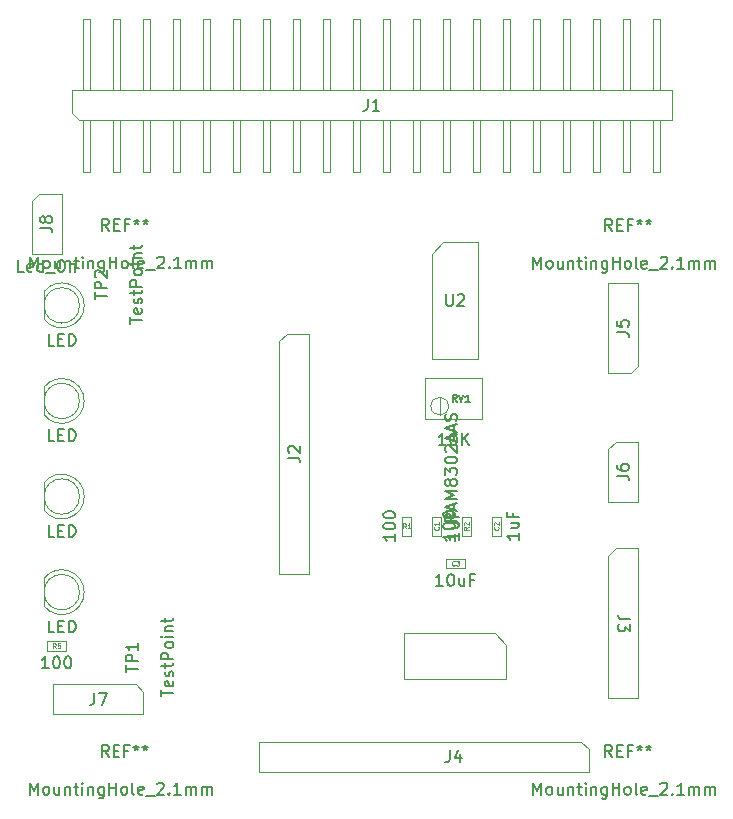
<source format=gbr>
G04 #@! TF.GenerationSoftware,KiCad,Pcbnew,(5.1.10-1-10_14)*
G04 #@! TF.CreationDate,2021-06-08T23:18:15-04:00*
G04 #@! TF.ProjectId,tr109-mainboard,74723130-392d-46d6-9169-6e626f617264,1*
G04 #@! TF.SameCoordinates,Original*
G04 #@! TF.FileFunction,Other,Fab,Top*
%FSLAX46Y46*%
G04 Gerber Fmt 4.6, Leading zero omitted, Abs format (unit mm)*
G04 Created by KiCad (PCBNEW (5.1.10-1-10_14)) date 2021-06-08 23:18:15*
%MOMM*%
%LPD*%
G01*
G04 APERTURE LIST*
%ADD10C,0.100000*%
%ADD11C,0.150000*%
%ADD12C,0.060000*%
G04 APERTURE END LIST*
D10*
X115399660Y-80769400D02*
X117304660Y-80769400D01*
X117304660Y-80769400D02*
X117304660Y-85849400D01*
X117304660Y-85849400D02*
X114764660Y-85849400D01*
X114764660Y-85849400D02*
X114764660Y-81404400D01*
X114764660Y-81404400D02*
X115399660Y-80769400D01*
X161920600Y-127804400D02*
X161920600Y-129709400D01*
X161920600Y-129709400D02*
X133980600Y-129709400D01*
X133980600Y-129709400D02*
X133980600Y-127169400D01*
X133980600Y-127169400D02*
X161285600Y-127169400D01*
X161285600Y-127169400D02*
X161920600Y-127804400D01*
X164215600Y-110769400D02*
X166120600Y-110769400D01*
X166120600Y-110769400D02*
X166120600Y-123469400D01*
X166120600Y-123469400D02*
X163580600Y-123469400D01*
X163580600Y-123469400D02*
X163580600Y-111404400D01*
X163580600Y-111404400D02*
X164215600Y-110769400D01*
X149621600Y-84859400D02*
X152546600Y-84859400D01*
X152546600Y-84859400D02*
X152546600Y-94759400D01*
X152546600Y-94759400D02*
X148646600Y-94759400D01*
X148646600Y-94759400D02*
X148646600Y-85834400D01*
X148646600Y-85834400D02*
X149621600Y-84859400D01*
X164215600Y-101752400D02*
X166120600Y-101752400D01*
X166120600Y-101752400D02*
X166120600Y-106832400D01*
X166120600Y-106832400D02*
X163580600Y-106832400D01*
X163580600Y-106832400D02*
X163580600Y-102387400D01*
X163580600Y-102387400D02*
X164215600Y-101752400D01*
X150050600Y-98739400D02*
G75*
G03*
X150050600Y-98739400I-750000J0D01*
G01*
X148100600Y-96339400D02*
X148100600Y-99839400D01*
X148100600Y-99839400D02*
X152900600Y-99839400D01*
X152900600Y-99839400D02*
X152900600Y-96339400D01*
X152900600Y-96339400D02*
X148100600Y-96339400D01*
X149300600Y-99482400D02*
X149301600Y-97997400D01*
X149300600Y-99482400D02*
X149301600Y-97997400D01*
X124200600Y-122914400D02*
X124200600Y-124819400D01*
X124200600Y-124819400D02*
X116580600Y-124819400D01*
X116580600Y-124819400D02*
X116580600Y-122279400D01*
X116580600Y-122279400D02*
X123565600Y-122279400D01*
X123565600Y-122279400D02*
X124200600Y-122914400D01*
X118131760Y-73901860D02*
X118131760Y-71996860D01*
X118131760Y-71996860D02*
X168931760Y-71996860D01*
X168931760Y-71996860D02*
X168931760Y-74536860D01*
X168931760Y-74536860D02*
X118766760Y-74536860D01*
X118766760Y-74536860D02*
X118131760Y-73901860D01*
X119081760Y-78896860D02*
X119081760Y-74536860D01*
X119081760Y-78896860D02*
X119721760Y-78896860D01*
X119721760Y-78896860D02*
X119721760Y-74536860D01*
X119081760Y-71996860D02*
X119081760Y-65996860D01*
X119081760Y-65996860D02*
X119721760Y-65996860D01*
X119721760Y-71996860D02*
X119721760Y-65996860D01*
X121621760Y-78896860D02*
X121621760Y-74536860D01*
X121621760Y-78896860D02*
X122261760Y-78896860D01*
X122261760Y-78896860D02*
X122261760Y-74536860D01*
X121621760Y-71996860D02*
X121621760Y-65996860D01*
X121621760Y-65996860D02*
X122261760Y-65996860D01*
X122261760Y-71996860D02*
X122261760Y-65996860D01*
X124161760Y-78896860D02*
X124161760Y-74536860D01*
X124161760Y-78896860D02*
X124801760Y-78896860D01*
X124801760Y-78896860D02*
X124801760Y-74536860D01*
X124161760Y-71996860D02*
X124161760Y-65996860D01*
X124161760Y-65996860D02*
X124801760Y-65996860D01*
X124801760Y-71996860D02*
X124801760Y-65996860D01*
X126701760Y-78896860D02*
X126701760Y-74536860D01*
X126701760Y-78896860D02*
X127341760Y-78896860D01*
X127341760Y-78896860D02*
X127341760Y-74536860D01*
X126701760Y-71996860D02*
X126701760Y-65996860D01*
X126701760Y-65996860D02*
X127341760Y-65996860D01*
X127341760Y-71996860D02*
X127341760Y-65996860D01*
X129241760Y-78896860D02*
X129241760Y-74536860D01*
X129241760Y-78896860D02*
X129881760Y-78896860D01*
X129881760Y-78896860D02*
X129881760Y-74536860D01*
X129241760Y-71996860D02*
X129241760Y-65996860D01*
X129241760Y-65996860D02*
X129881760Y-65996860D01*
X129881760Y-71996860D02*
X129881760Y-65996860D01*
X131781760Y-78896860D02*
X131781760Y-74536860D01*
X131781760Y-78896860D02*
X132421760Y-78896860D01*
X132421760Y-78896860D02*
X132421760Y-74536860D01*
X131781760Y-71996860D02*
X131781760Y-65996860D01*
X131781760Y-65996860D02*
X132421760Y-65996860D01*
X132421760Y-71996860D02*
X132421760Y-65996860D01*
X134321760Y-78896860D02*
X134321760Y-74536860D01*
X134321760Y-78896860D02*
X134961760Y-78896860D01*
X134961760Y-78896860D02*
X134961760Y-74536860D01*
X134321760Y-71996860D02*
X134321760Y-65996860D01*
X134321760Y-65996860D02*
X134961760Y-65996860D01*
X134961760Y-71996860D02*
X134961760Y-65996860D01*
X136861760Y-78896860D02*
X136861760Y-74536860D01*
X136861760Y-78896860D02*
X137501760Y-78896860D01*
X137501760Y-78896860D02*
X137501760Y-74536860D01*
X136861760Y-71996860D02*
X136861760Y-65996860D01*
X136861760Y-65996860D02*
X137501760Y-65996860D01*
X137501760Y-71996860D02*
X137501760Y-65996860D01*
X139401760Y-78896860D02*
X139401760Y-74536860D01*
X139401760Y-78896860D02*
X140041760Y-78896860D01*
X140041760Y-78896860D02*
X140041760Y-74536860D01*
X139401760Y-71996860D02*
X139401760Y-65996860D01*
X139401760Y-65996860D02*
X140041760Y-65996860D01*
X140041760Y-71996860D02*
X140041760Y-65996860D01*
X141941760Y-78896860D02*
X141941760Y-74536860D01*
X141941760Y-78896860D02*
X142581760Y-78896860D01*
X142581760Y-78896860D02*
X142581760Y-74536860D01*
X141941760Y-71996860D02*
X141941760Y-65996860D01*
X141941760Y-65996860D02*
X142581760Y-65996860D01*
X142581760Y-71996860D02*
X142581760Y-65996860D01*
X144481760Y-78896860D02*
X144481760Y-74536860D01*
X144481760Y-78896860D02*
X145121760Y-78896860D01*
X145121760Y-78896860D02*
X145121760Y-74536860D01*
X144481760Y-71996860D02*
X144481760Y-65996860D01*
X144481760Y-65996860D02*
X145121760Y-65996860D01*
X145121760Y-71996860D02*
X145121760Y-65996860D01*
X147021760Y-78896860D02*
X147021760Y-74536860D01*
X147021760Y-78896860D02*
X147661760Y-78896860D01*
X147661760Y-78896860D02*
X147661760Y-74536860D01*
X147021760Y-71996860D02*
X147021760Y-65996860D01*
X147021760Y-65996860D02*
X147661760Y-65996860D01*
X147661760Y-71996860D02*
X147661760Y-65996860D01*
X149561760Y-78896860D02*
X149561760Y-74536860D01*
X149561760Y-78896860D02*
X150201760Y-78896860D01*
X150201760Y-78896860D02*
X150201760Y-74536860D01*
X149561760Y-71996860D02*
X149561760Y-65996860D01*
X149561760Y-65996860D02*
X150201760Y-65996860D01*
X150201760Y-71996860D02*
X150201760Y-65996860D01*
X152101760Y-78896860D02*
X152101760Y-74536860D01*
X152101760Y-78896860D02*
X152741760Y-78896860D01*
X152741760Y-78896860D02*
X152741760Y-74536860D01*
X152101760Y-71996860D02*
X152101760Y-65996860D01*
X152101760Y-65996860D02*
X152741760Y-65996860D01*
X152741760Y-71996860D02*
X152741760Y-65996860D01*
X154641760Y-78896860D02*
X154641760Y-74536860D01*
X154641760Y-78896860D02*
X155281760Y-78896860D01*
X155281760Y-78896860D02*
X155281760Y-74536860D01*
X154641760Y-71996860D02*
X154641760Y-65996860D01*
X154641760Y-65996860D02*
X155281760Y-65996860D01*
X155281760Y-71996860D02*
X155281760Y-65996860D01*
X157181760Y-78896860D02*
X157181760Y-74536860D01*
X157181760Y-78896860D02*
X157821760Y-78896860D01*
X157821760Y-78896860D02*
X157821760Y-74536860D01*
X157181760Y-71996860D02*
X157181760Y-65996860D01*
X157181760Y-65996860D02*
X157821760Y-65996860D01*
X157821760Y-71996860D02*
X157821760Y-65996860D01*
X159721760Y-78896860D02*
X159721760Y-74536860D01*
X159721760Y-78896860D02*
X160361760Y-78896860D01*
X160361760Y-78896860D02*
X160361760Y-74536860D01*
X159721760Y-71996860D02*
X159721760Y-65996860D01*
X159721760Y-65996860D02*
X160361760Y-65996860D01*
X160361760Y-71996860D02*
X160361760Y-65996860D01*
X162261760Y-78896860D02*
X162261760Y-74536860D01*
X162261760Y-78896860D02*
X162901760Y-78896860D01*
X162901760Y-78896860D02*
X162901760Y-74536860D01*
X162261760Y-71996860D02*
X162261760Y-65996860D01*
X162261760Y-65996860D02*
X162901760Y-65996860D01*
X162901760Y-71996860D02*
X162901760Y-65996860D01*
X164801760Y-78896860D02*
X164801760Y-74536860D01*
X164801760Y-78896860D02*
X165441760Y-78896860D01*
X165441760Y-78896860D02*
X165441760Y-74536860D01*
X164801760Y-71996860D02*
X164801760Y-65996860D01*
X164801760Y-65996860D02*
X165441760Y-65996860D01*
X165441760Y-71996860D02*
X165441760Y-65996860D01*
X167341760Y-78896860D02*
X167341760Y-74536860D01*
X167341760Y-78896860D02*
X167981760Y-78896860D01*
X167981760Y-78896860D02*
X167981760Y-74536860D01*
X167341760Y-71996860D02*
X167341760Y-65996860D01*
X167341760Y-65996860D02*
X167981760Y-65996860D01*
X167981760Y-71996860D02*
X167981760Y-65996860D01*
X165485600Y-95935800D02*
X163580600Y-95935800D01*
X163580600Y-95935800D02*
X163580600Y-88315800D01*
X163580600Y-88315800D02*
X166120600Y-88315800D01*
X166120600Y-88315800D02*
X166120600Y-95300800D01*
X166120600Y-95300800D02*
X165485600Y-95935800D01*
X115804105Y-115648736D02*
G75*
G03*
X115804660Y-113317070I1500555J1165476D01*
G01*
X118804660Y-114483260D02*
G75*
G03*
X118804660Y-114483260I-1500000J0D01*
G01*
X115804660Y-113317070D02*
X115804660Y-115649450D01*
X115804105Y-107554602D02*
G75*
G03*
X115804660Y-105222936I1500555J1165476D01*
G01*
X118804660Y-106389126D02*
G75*
G03*
X118804660Y-106389126I-1500000J0D01*
G01*
X115804660Y-105222936D02*
X115804660Y-107555316D01*
X115804105Y-99460469D02*
G75*
G03*
X115804660Y-97128803I1500555J1165476D01*
G01*
X118804660Y-98294993D02*
G75*
G03*
X118804660Y-98294993I-1500000J0D01*
G01*
X115804660Y-97128803D02*
X115804660Y-99461183D01*
X115804105Y-91366336D02*
G75*
G03*
X115804660Y-89034670I1500555J1165476D01*
G01*
X118804660Y-90200860D02*
G75*
G03*
X118804660Y-90200860I-1500000J0D01*
G01*
X115804660Y-89034670D02*
X115804660Y-91367050D01*
X154921600Y-118938400D02*
X154921600Y-121863400D01*
X154921600Y-121863400D02*
X146271600Y-121863400D01*
X146271600Y-121863400D02*
X146271600Y-117963400D01*
X146271600Y-117963400D02*
X153946600Y-117963400D01*
X153946600Y-117963400D02*
X154921600Y-118938400D01*
X136372600Y-92608400D02*
X138277600Y-92608400D01*
X138277600Y-92608400D02*
X138277600Y-112928400D01*
X138277600Y-112928400D02*
X135737600Y-112928400D01*
X135737600Y-112928400D02*
X135737600Y-93243400D01*
X135737600Y-93243400D02*
X136372600Y-92608400D01*
X151180766Y-108091400D02*
X151980766Y-108091400D01*
X151980766Y-108091400D02*
X151980766Y-109691400D01*
X151980766Y-109691400D02*
X151180766Y-109691400D01*
X151180766Y-109691400D02*
X151180766Y-108091400D01*
X146104100Y-108091400D02*
X146904100Y-108091400D01*
X146904100Y-108091400D02*
X146904100Y-109691400D01*
X146904100Y-109691400D02*
X146104100Y-109691400D01*
X146104100Y-109691400D02*
X146104100Y-108091400D01*
X149840600Y-112466400D02*
X149840600Y-111666400D01*
X149840600Y-111666400D02*
X151440600Y-111666400D01*
X151440600Y-111666400D02*
X151440600Y-112466400D01*
X151440600Y-112466400D02*
X149840600Y-112466400D01*
X154519100Y-109691400D02*
X153719100Y-109691400D01*
X153719100Y-109691400D02*
X153719100Y-108091400D01*
X153719100Y-108091400D02*
X154519100Y-108091400D01*
X154519100Y-108091400D02*
X154519100Y-109691400D01*
X149442433Y-109691400D02*
X148642433Y-109691400D01*
X148642433Y-109691400D02*
X148642433Y-108091400D01*
X148642433Y-108091400D02*
X149442433Y-108091400D01*
X149442433Y-108091400D02*
X149442433Y-109691400D01*
X117665400Y-119447000D02*
X116065400Y-119447000D01*
X117665400Y-118647000D02*
X117665400Y-119447000D01*
X116065400Y-118647000D02*
X117665400Y-118647000D01*
X116065400Y-119447000D02*
X116065400Y-118647000D01*
D11*
X114106088Y-87361780D02*
X113629898Y-87361780D01*
X113629898Y-86361780D01*
X114820374Y-87314161D02*
X114725136Y-87361780D01*
X114534660Y-87361780D01*
X114439421Y-87314161D01*
X114391802Y-87218923D01*
X114391802Y-86837971D01*
X114439421Y-86742733D01*
X114534660Y-86695114D01*
X114725136Y-86695114D01*
X114820374Y-86742733D01*
X114867993Y-86837971D01*
X114867993Y-86933209D01*
X114391802Y-87028447D01*
X115725136Y-87361780D02*
X115725136Y-86361780D01*
X115725136Y-87314161D02*
X115629898Y-87361780D01*
X115439421Y-87361780D01*
X115344183Y-87314161D01*
X115296564Y-87266542D01*
X115248945Y-87171304D01*
X115248945Y-86885590D01*
X115296564Y-86790352D01*
X115344183Y-86742733D01*
X115439421Y-86695114D01*
X115629898Y-86695114D01*
X115725136Y-86742733D01*
X115963231Y-87457019D02*
X116725136Y-87457019D01*
X117153707Y-86361780D02*
X117344183Y-86361780D01*
X117439421Y-86409400D01*
X117534660Y-86504638D01*
X117582279Y-86695114D01*
X117582279Y-87028447D01*
X117534660Y-87218923D01*
X117439421Y-87314161D01*
X117344183Y-87361780D01*
X117153707Y-87361780D01*
X117058469Y-87314161D01*
X116963231Y-87218923D01*
X116915612Y-87028447D01*
X116915612Y-86695114D01*
X116963231Y-86504638D01*
X117058469Y-86409400D01*
X117153707Y-86361780D01*
X118010850Y-86695114D02*
X118010850Y-87361780D01*
X118010850Y-86790352D02*
X118058469Y-86742733D01*
X118153707Y-86695114D01*
X118296564Y-86695114D01*
X118391802Y-86742733D01*
X118439421Y-86837971D01*
X118439421Y-87361780D01*
X115487040Y-83642733D02*
X116201326Y-83642733D01*
X116344183Y-83690352D01*
X116439421Y-83785590D01*
X116487040Y-83928447D01*
X116487040Y-84023685D01*
X115915612Y-83023685D02*
X115867993Y-83118923D01*
X115820374Y-83166542D01*
X115725136Y-83214161D01*
X115677517Y-83214161D01*
X115582279Y-83166542D01*
X115534660Y-83118923D01*
X115487040Y-83023685D01*
X115487040Y-82833209D01*
X115534660Y-82737971D01*
X115582279Y-82690352D01*
X115677517Y-82642733D01*
X115725136Y-82642733D01*
X115820374Y-82690352D01*
X115867993Y-82737971D01*
X115915612Y-82833209D01*
X115915612Y-83023685D01*
X115963231Y-83118923D01*
X116010850Y-83166542D01*
X116106088Y-83214161D01*
X116296564Y-83214161D01*
X116391802Y-83166542D01*
X116439421Y-83118923D01*
X116487040Y-83023685D01*
X116487040Y-82833209D01*
X116439421Y-82737971D01*
X116391802Y-82690352D01*
X116296564Y-82642733D01*
X116106088Y-82642733D01*
X116010850Y-82690352D01*
X115963231Y-82737971D01*
X115915612Y-82833209D01*
X150157266Y-127891780D02*
X150157266Y-128606066D01*
X150109647Y-128748923D01*
X150014409Y-128844161D01*
X149871552Y-128891780D01*
X149776314Y-128891780D01*
X151062028Y-128225114D02*
X151062028Y-128891780D01*
X150823933Y-127844161D02*
X150585838Y-128558447D01*
X151204885Y-128558447D01*
X165398219Y-116786066D02*
X164683933Y-116786066D01*
X164541076Y-116738447D01*
X164445838Y-116643209D01*
X164398219Y-116500352D01*
X164398219Y-116405114D01*
X165398219Y-117167019D02*
X165398219Y-117786066D01*
X165017266Y-117452733D01*
X165017266Y-117595590D01*
X164969647Y-117690828D01*
X164922028Y-117738447D01*
X164826790Y-117786066D01*
X164588695Y-117786066D01*
X164493457Y-117738447D01*
X164445838Y-117690828D01*
X164398219Y-117595590D01*
X164398219Y-117309876D01*
X164445838Y-117214638D01*
X164493457Y-117167019D01*
X149849933Y-89272733D02*
X149849933Y-90066066D01*
X149896600Y-90159400D01*
X149943266Y-90206066D01*
X150036600Y-90252733D01*
X150223266Y-90252733D01*
X150316600Y-90206066D01*
X150363266Y-90159400D01*
X150409933Y-90066066D01*
X150409933Y-89272733D01*
X150829933Y-89366066D02*
X150876600Y-89319400D01*
X150969933Y-89272733D01*
X151203266Y-89272733D01*
X151296600Y-89319400D01*
X151343266Y-89366066D01*
X151389933Y-89459400D01*
X151389933Y-89552733D01*
X151343266Y-89692733D01*
X150783266Y-90252733D01*
X151389933Y-90252733D01*
X164302980Y-104625733D02*
X165017266Y-104625733D01*
X165160123Y-104673352D01*
X165255361Y-104768590D01*
X165302980Y-104911447D01*
X165302980Y-105006685D01*
X164302980Y-103720971D02*
X164302980Y-103911447D01*
X164350600Y-104006685D01*
X164398219Y-104054304D01*
X164541076Y-104149542D01*
X164731552Y-104197161D01*
X165112504Y-104197161D01*
X165207742Y-104149542D01*
X165255361Y-104101923D01*
X165302980Y-104006685D01*
X165302980Y-103816209D01*
X165255361Y-103720971D01*
X165207742Y-103673352D01*
X165112504Y-103625733D01*
X164874409Y-103625733D01*
X164779171Y-103673352D01*
X164731552Y-103720971D01*
X164683933Y-103816209D01*
X164683933Y-104006685D01*
X164731552Y-104101923D01*
X164779171Y-104149542D01*
X164874409Y-104197161D01*
X149810123Y-102041780D02*
X149238695Y-102041780D01*
X149524409Y-102041780D02*
X149524409Y-101041780D01*
X149429171Y-101184638D01*
X149333933Y-101279876D01*
X149238695Y-101327495D01*
X150429171Y-101041780D02*
X150524409Y-101041780D01*
X150619647Y-101089400D01*
X150667266Y-101137019D01*
X150714885Y-101232257D01*
X150762504Y-101422733D01*
X150762504Y-101660828D01*
X150714885Y-101851304D01*
X150667266Y-101946542D01*
X150619647Y-101994161D01*
X150524409Y-102041780D01*
X150429171Y-102041780D01*
X150333933Y-101994161D01*
X150286314Y-101946542D01*
X150238695Y-101851304D01*
X150191076Y-101660828D01*
X150191076Y-101422733D01*
X150238695Y-101232257D01*
X150286314Y-101137019D01*
X150333933Y-101089400D01*
X150429171Y-101041780D01*
X151191076Y-102041780D02*
X151191076Y-101041780D01*
X151762504Y-102041780D02*
X151333933Y-101470352D01*
X151762504Y-101041780D02*
X151191076Y-101613209D01*
X150743457Y-98360828D02*
X150543457Y-98075114D01*
X150400600Y-98360828D02*
X150400600Y-97760828D01*
X150629171Y-97760828D01*
X150686314Y-97789400D01*
X150714885Y-97817971D01*
X150743457Y-97875114D01*
X150743457Y-97960828D01*
X150714885Y-98017971D01*
X150686314Y-98046542D01*
X150629171Y-98075114D01*
X150400600Y-98075114D01*
X150914885Y-97760828D02*
X151114885Y-98360828D01*
X151314885Y-97760828D01*
X151829171Y-98360828D02*
X151486314Y-98360828D01*
X151657742Y-98360828D02*
X151657742Y-97760828D01*
X151600600Y-97846542D01*
X151543457Y-97903685D01*
X151486314Y-97932257D01*
X120057266Y-123001780D02*
X120057266Y-123716066D01*
X120009647Y-123858923D01*
X119914409Y-123954161D01*
X119771552Y-124001780D01*
X119676314Y-124001780D01*
X120438219Y-123001780D02*
X121104885Y-123001780D01*
X120676314Y-124001780D01*
X123100180Y-91750733D02*
X123100180Y-91179304D01*
X124100180Y-91465019D02*
X123100180Y-91465019D01*
X124052561Y-90465019D02*
X124100180Y-90560257D01*
X124100180Y-90750733D01*
X124052561Y-90845971D01*
X123957323Y-90893590D01*
X123576371Y-90893590D01*
X123481133Y-90845971D01*
X123433514Y-90750733D01*
X123433514Y-90560257D01*
X123481133Y-90465019D01*
X123576371Y-90417400D01*
X123671609Y-90417400D01*
X123766847Y-90893590D01*
X124052561Y-90036447D02*
X124100180Y-89941209D01*
X124100180Y-89750733D01*
X124052561Y-89655495D01*
X123957323Y-89607876D01*
X123909704Y-89607876D01*
X123814466Y-89655495D01*
X123766847Y-89750733D01*
X123766847Y-89893590D01*
X123719228Y-89988828D01*
X123623990Y-90036447D01*
X123576371Y-90036447D01*
X123481133Y-89988828D01*
X123433514Y-89893590D01*
X123433514Y-89750733D01*
X123481133Y-89655495D01*
X123433514Y-89322161D02*
X123433514Y-88941209D01*
X123100180Y-89179304D02*
X123957323Y-89179304D01*
X124052561Y-89131685D01*
X124100180Y-89036447D01*
X124100180Y-88941209D01*
X124100180Y-88607876D02*
X123100180Y-88607876D01*
X123100180Y-88226923D01*
X123147800Y-88131685D01*
X123195419Y-88084066D01*
X123290657Y-88036447D01*
X123433514Y-88036447D01*
X123528752Y-88084066D01*
X123576371Y-88131685D01*
X123623990Y-88226923D01*
X123623990Y-88607876D01*
X124100180Y-87465019D02*
X124052561Y-87560257D01*
X124004942Y-87607876D01*
X123909704Y-87655495D01*
X123623990Y-87655495D01*
X123528752Y-87607876D01*
X123481133Y-87560257D01*
X123433514Y-87465019D01*
X123433514Y-87322161D01*
X123481133Y-87226923D01*
X123528752Y-87179304D01*
X123623990Y-87131685D01*
X123909704Y-87131685D01*
X124004942Y-87179304D01*
X124052561Y-87226923D01*
X124100180Y-87322161D01*
X124100180Y-87465019D01*
X124100180Y-86703114D02*
X123433514Y-86703114D01*
X123100180Y-86703114D02*
X123147800Y-86750733D01*
X123195419Y-86703114D01*
X123147800Y-86655495D01*
X123100180Y-86703114D01*
X123195419Y-86703114D01*
X123433514Y-86226923D02*
X124100180Y-86226923D01*
X123528752Y-86226923D02*
X123481133Y-86179304D01*
X123433514Y-86084066D01*
X123433514Y-85941209D01*
X123481133Y-85845971D01*
X123576371Y-85798352D01*
X124100180Y-85798352D01*
X123433514Y-85465019D02*
X123433514Y-85084066D01*
X123100180Y-85322161D02*
X123957323Y-85322161D01*
X124052561Y-85274542D01*
X124100180Y-85179304D01*
X124100180Y-85084066D01*
X120100180Y-89679304D02*
X120100180Y-89107876D01*
X121100180Y-89393590D02*
X120100180Y-89393590D01*
X121100180Y-88774542D02*
X120100180Y-88774542D01*
X120100180Y-88393590D01*
X120147800Y-88298352D01*
X120195419Y-88250733D01*
X120290657Y-88203114D01*
X120433514Y-88203114D01*
X120528752Y-88250733D01*
X120576371Y-88298352D01*
X120623990Y-88393590D01*
X120623990Y-88774542D01*
X120195419Y-87822161D02*
X120147800Y-87774542D01*
X120100180Y-87679304D01*
X120100180Y-87441209D01*
X120147800Y-87345971D01*
X120195419Y-87298352D01*
X120290657Y-87250733D01*
X120385895Y-87250733D01*
X120528752Y-87298352D01*
X121100180Y-87869780D01*
X121100180Y-87250733D01*
X125738081Y-123313932D02*
X125738081Y-122742503D01*
X126738081Y-123028218D02*
X125738081Y-123028218D01*
X126690462Y-122028218D02*
X126738081Y-122123456D01*
X126738081Y-122313932D01*
X126690462Y-122409170D01*
X126595224Y-122456789D01*
X126214272Y-122456789D01*
X126119034Y-122409170D01*
X126071415Y-122313932D01*
X126071415Y-122123456D01*
X126119034Y-122028218D01*
X126214272Y-121980599D01*
X126309510Y-121980599D01*
X126404748Y-122456789D01*
X126690462Y-121599646D02*
X126738081Y-121504408D01*
X126738081Y-121313932D01*
X126690462Y-121218694D01*
X126595224Y-121171075D01*
X126547605Y-121171075D01*
X126452367Y-121218694D01*
X126404748Y-121313932D01*
X126404748Y-121456789D01*
X126357129Y-121552027D01*
X126261891Y-121599646D01*
X126214272Y-121599646D01*
X126119034Y-121552027D01*
X126071415Y-121456789D01*
X126071415Y-121313932D01*
X126119034Y-121218694D01*
X126071415Y-120885360D02*
X126071415Y-120504408D01*
X125738081Y-120742503D02*
X126595224Y-120742503D01*
X126690462Y-120694884D01*
X126738081Y-120599646D01*
X126738081Y-120504408D01*
X126738081Y-120171075D02*
X125738081Y-120171075D01*
X125738081Y-119790122D01*
X125785701Y-119694884D01*
X125833320Y-119647265D01*
X125928558Y-119599646D01*
X126071415Y-119599646D01*
X126166653Y-119647265D01*
X126214272Y-119694884D01*
X126261891Y-119790122D01*
X126261891Y-120171075D01*
X126738081Y-119028218D02*
X126690462Y-119123456D01*
X126642843Y-119171075D01*
X126547605Y-119218694D01*
X126261891Y-119218694D01*
X126166653Y-119171075D01*
X126119034Y-119123456D01*
X126071415Y-119028218D01*
X126071415Y-118885360D01*
X126119034Y-118790122D01*
X126166653Y-118742503D01*
X126261891Y-118694884D01*
X126547605Y-118694884D01*
X126642843Y-118742503D01*
X126690462Y-118790122D01*
X126738081Y-118885360D01*
X126738081Y-119028218D01*
X126738081Y-118266313D02*
X126071415Y-118266313D01*
X125738081Y-118266313D02*
X125785701Y-118313932D01*
X125833320Y-118266313D01*
X125785701Y-118218694D01*
X125738081Y-118266313D01*
X125833320Y-118266313D01*
X126071415Y-117790122D02*
X126738081Y-117790122D01*
X126166653Y-117790122D02*
X126119034Y-117742503D01*
X126071415Y-117647265D01*
X126071415Y-117504408D01*
X126119034Y-117409170D01*
X126214272Y-117361551D01*
X126738081Y-117361551D01*
X126071415Y-117028218D02*
X126071415Y-116647265D01*
X125738081Y-116885360D02*
X126595224Y-116885360D01*
X126690462Y-116837741D01*
X126738081Y-116742503D01*
X126738081Y-116647265D01*
X122738081Y-121242503D02*
X122738081Y-120671075D01*
X123738081Y-120956789D02*
X122738081Y-120956789D01*
X123738081Y-120337741D02*
X122738081Y-120337741D01*
X122738081Y-119956789D01*
X122785701Y-119861551D01*
X122833320Y-119813932D01*
X122928558Y-119766313D01*
X123071415Y-119766313D01*
X123166653Y-119813932D01*
X123214272Y-119861551D01*
X123261891Y-119956789D01*
X123261891Y-120337741D01*
X123738081Y-118813932D02*
X123738081Y-119385360D01*
X123738081Y-119099646D02*
X122738081Y-119099646D01*
X122880939Y-119194884D01*
X122976177Y-119290122D01*
X123023796Y-119385360D01*
X157244423Y-87091380D02*
X157244423Y-86091380D01*
X157577757Y-86805666D01*
X157911090Y-86091380D01*
X157911090Y-87091380D01*
X158530138Y-87091380D02*
X158434900Y-87043761D01*
X158387280Y-86996142D01*
X158339661Y-86900904D01*
X158339661Y-86615190D01*
X158387280Y-86519952D01*
X158434900Y-86472333D01*
X158530138Y-86424714D01*
X158672995Y-86424714D01*
X158768233Y-86472333D01*
X158815852Y-86519952D01*
X158863471Y-86615190D01*
X158863471Y-86900904D01*
X158815852Y-86996142D01*
X158768233Y-87043761D01*
X158672995Y-87091380D01*
X158530138Y-87091380D01*
X159720614Y-86424714D02*
X159720614Y-87091380D01*
X159292042Y-86424714D02*
X159292042Y-86948523D01*
X159339661Y-87043761D01*
X159434900Y-87091380D01*
X159577757Y-87091380D01*
X159672995Y-87043761D01*
X159720614Y-86996142D01*
X160196804Y-86424714D02*
X160196804Y-87091380D01*
X160196804Y-86519952D02*
X160244423Y-86472333D01*
X160339661Y-86424714D01*
X160482519Y-86424714D01*
X160577757Y-86472333D01*
X160625376Y-86567571D01*
X160625376Y-87091380D01*
X160958709Y-86424714D02*
X161339661Y-86424714D01*
X161101566Y-86091380D02*
X161101566Y-86948523D01*
X161149185Y-87043761D01*
X161244423Y-87091380D01*
X161339661Y-87091380D01*
X161672995Y-87091380D02*
X161672995Y-86424714D01*
X161672995Y-86091380D02*
X161625376Y-86139000D01*
X161672995Y-86186619D01*
X161720614Y-86139000D01*
X161672995Y-86091380D01*
X161672995Y-86186619D01*
X162149185Y-86424714D02*
X162149185Y-87091380D01*
X162149185Y-86519952D02*
X162196804Y-86472333D01*
X162292042Y-86424714D01*
X162434900Y-86424714D01*
X162530138Y-86472333D01*
X162577757Y-86567571D01*
X162577757Y-87091380D01*
X163482519Y-86424714D02*
X163482519Y-87234238D01*
X163434900Y-87329476D01*
X163387280Y-87377095D01*
X163292042Y-87424714D01*
X163149185Y-87424714D01*
X163053947Y-87377095D01*
X163482519Y-87043761D02*
X163387280Y-87091380D01*
X163196804Y-87091380D01*
X163101566Y-87043761D01*
X163053947Y-86996142D01*
X163006328Y-86900904D01*
X163006328Y-86615190D01*
X163053947Y-86519952D01*
X163101566Y-86472333D01*
X163196804Y-86424714D01*
X163387280Y-86424714D01*
X163482519Y-86472333D01*
X163958709Y-87091380D02*
X163958709Y-86091380D01*
X163958709Y-86567571D02*
X164530138Y-86567571D01*
X164530138Y-87091380D02*
X164530138Y-86091380D01*
X165149185Y-87091380D02*
X165053947Y-87043761D01*
X165006328Y-86996142D01*
X164958709Y-86900904D01*
X164958709Y-86615190D01*
X165006328Y-86519952D01*
X165053947Y-86472333D01*
X165149185Y-86424714D01*
X165292042Y-86424714D01*
X165387280Y-86472333D01*
X165434900Y-86519952D01*
X165482519Y-86615190D01*
X165482519Y-86900904D01*
X165434900Y-86996142D01*
X165387280Y-87043761D01*
X165292042Y-87091380D01*
X165149185Y-87091380D01*
X166053947Y-87091380D02*
X165958709Y-87043761D01*
X165911090Y-86948523D01*
X165911090Y-86091380D01*
X166815852Y-87043761D02*
X166720614Y-87091380D01*
X166530138Y-87091380D01*
X166434900Y-87043761D01*
X166387280Y-86948523D01*
X166387280Y-86567571D01*
X166434900Y-86472333D01*
X166530138Y-86424714D01*
X166720614Y-86424714D01*
X166815852Y-86472333D01*
X166863471Y-86567571D01*
X166863471Y-86662809D01*
X166387280Y-86758047D01*
X167053947Y-87186619D02*
X167815852Y-87186619D01*
X168006328Y-86186619D02*
X168053947Y-86139000D01*
X168149185Y-86091380D01*
X168387280Y-86091380D01*
X168482519Y-86139000D01*
X168530138Y-86186619D01*
X168577757Y-86281857D01*
X168577757Y-86377095D01*
X168530138Y-86519952D01*
X167958709Y-87091380D01*
X168577757Y-87091380D01*
X169006328Y-86996142D02*
X169053947Y-87043761D01*
X169006328Y-87091380D01*
X168958709Y-87043761D01*
X169006328Y-86996142D01*
X169006328Y-87091380D01*
X170006328Y-87091380D02*
X169434900Y-87091380D01*
X169720614Y-87091380D02*
X169720614Y-86091380D01*
X169625376Y-86234238D01*
X169530138Y-86329476D01*
X169434900Y-86377095D01*
X170434900Y-87091380D02*
X170434900Y-86424714D01*
X170434900Y-86519952D02*
X170482519Y-86472333D01*
X170577757Y-86424714D01*
X170720614Y-86424714D01*
X170815852Y-86472333D01*
X170863471Y-86567571D01*
X170863471Y-87091380D01*
X170863471Y-86567571D02*
X170911090Y-86472333D01*
X171006328Y-86424714D01*
X171149185Y-86424714D01*
X171244423Y-86472333D01*
X171292042Y-86567571D01*
X171292042Y-87091380D01*
X171768233Y-87091380D02*
X171768233Y-86424714D01*
X171768233Y-86519952D02*
X171815852Y-86472333D01*
X171911090Y-86424714D01*
X172053947Y-86424714D01*
X172149185Y-86472333D01*
X172196804Y-86567571D01*
X172196804Y-87091380D01*
X172196804Y-86567571D02*
X172244423Y-86472333D01*
X172339661Y-86424714D01*
X172482519Y-86424714D01*
X172577757Y-86472333D01*
X172625376Y-86567571D01*
X172625376Y-87091380D01*
X163901566Y-83891380D02*
X163568233Y-83415190D01*
X163330138Y-83891380D02*
X163330138Y-82891380D01*
X163711090Y-82891380D01*
X163806328Y-82939000D01*
X163853947Y-82986619D01*
X163901566Y-83081857D01*
X163901566Y-83224714D01*
X163853947Y-83319952D01*
X163806328Y-83367571D01*
X163711090Y-83415190D01*
X163330138Y-83415190D01*
X164330138Y-83367571D02*
X164663471Y-83367571D01*
X164806328Y-83891380D02*
X164330138Y-83891380D01*
X164330138Y-82891380D01*
X164806328Y-82891380D01*
X165568233Y-83367571D02*
X165234900Y-83367571D01*
X165234900Y-83891380D02*
X165234900Y-82891380D01*
X165711090Y-82891380D01*
X166234900Y-82891380D02*
X166234900Y-83129476D01*
X165996804Y-83034238D02*
X166234900Y-83129476D01*
X166472995Y-83034238D01*
X166092042Y-83319952D02*
X166234900Y-83129476D01*
X166377757Y-83319952D01*
X166996804Y-82891380D02*
X166996804Y-83129476D01*
X166758709Y-83034238D02*
X166996804Y-83129476D01*
X167234900Y-83034238D01*
X166853947Y-83319952D02*
X166996804Y-83129476D01*
X167139661Y-83319952D01*
X114648623Y-87078680D02*
X114648623Y-86078680D01*
X114981957Y-86792966D01*
X115315290Y-86078680D01*
X115315290Y-87078680D01*
X115934338Y-87078680D02*
X115839100Y-87031061D01*
X115791480Y-86983442D01*
X115743861Y-86888204D01*
X115743861Y-86602490D01*
X115791480Y-86507252D01*
X115839100Y-86459633D01*
X115934338Y-86412014D01*
X116077195Y-86412014D01*
X116172433Y-86459633D01*
X116220052Y-86507252D01*
X116267671Y-86602490D01*
X116267671Y-86888204D01*
X116220052Y-86983442D01*
X116172433Y-87031061D01*
X116077195Y-87078680D01*
X115934338Y-87078680D01*
X117124814Y-86412014D02*
X117124814Y-87078680D01*
X116696242Y-86412014D02*
X116696242Y-86935823D01*
X116743861Y-87031061D01*
X116839100Y-87078680D01*
X116981957Y-87078680D01*
X117077195Y-87031061D01*
X117124814Y-86983442D01*
X117601004Y-86412014D02*
X117601004Y-87078680D01*
X117601004Y-86507252D02*
X117648623Y-86459633D01*
X117743861Y-86412014D01*
X117886719Y-86412014D01*
X117981957Y-86459633D01*
X118029576Y-86554871D01*
X118029576Y-87078680D01*
X118362909Y-86412014D02*
X118743861Y-86412014D01*
X118505766Y-86078680D02*
X118505766Y-86935823D01*
X118553385Y-87031061D01*
X118648623Y-87078680D01*
X118743861Y-87078680D01*
X119077195Y-87078680D02*
X119077195Y-86412014D01*
X119077195Y-86078680D02*
X119029576Y-86126300D01*
X119077195Y-86173919D01*
X119124814Y-86126300D01*
X119077195Y-86078680D01*
X119077195Y-86173919D01*
X119553385Y-86412014D02*
X119553385Y-87078680D01*
X119553385Y-86507252D02*
X119601004Y-86459633D01*
X119696242Y-86412014D01*
X119839100Y-86412014D01*
X119934338Y-86459633D01*
X119981957Y-86554871D01*
X119981957Y-87078680D01*
X120886719Y-86412014D02*
X120886719Y-87221538D01*
X120839100Y-87316776D01*
X120791480Y-87364395D01*
X120696242Y-87412014D01*
X120553385Y-87412014D01*
X120458147Y-87364395D01*
X120886719Y-87031061D02*
X120791480Y-87078680D01*
X120601004Y-87078680D01*
X120505766Y-87031061D01*
X120458147Y-86983442D01*
X120410528Y-86888204D01*
X120410528Y-86602490D01*
X120458147Y-86507252D01*
X120505766Y-86459633D01*
X120601004Y-86412014D01*
X120791480Y-86412014D01*
X120886719Y-86459633D01*
X121362909Y-87078680D02*
X121362909Y-86078680D01*
X121362909Y-86554871D02*
X121934338Y-86554871D01*
X121934338Y-87078680D02*
X121934338Y-86078680D01*
X122553385Y-87078680D02*
X122458147Y-87031061D01*
X122410528Y-86983442D01*
X122362909Y-86888204D01*
X122362909Y-86602490D01*
X122410528Y-86507252D01*
X122458147Y-86459633D01*
X122553385Y-86412014D01*
X122696242Y-86412014D01*
X122791480Y-86459633D01*
X122839100Y-86507252D01*
X122886719Y-86602490D01*
X122886719Y-86888204D01*
X122839100Y-86983442D01*
X122791480Y-87031061D01*
X122696242Y-87078680D01*
X122553385Y-87078680D01*
X123458147Y-87078680D02*
X123362909Y-87031061D01*
X123315290Y-86935823D01*
X123315290Y-86078680D01*
X124220052Y-87031061D02*
X124124814Y-87078680D01*
X123934338Y-87078680D01*
X123839100Y-87031061D01*
X123791480Y-86935823D01*
X123791480Y-86554871D01*
X123839100Y-86459633D01*
X123934338Y-86412014D01*
X124124814Y-86412014D01*
X124220052Y-86459633D01*
X124267671Y-86554871D01*
X124267671Y-86650109D01*
X123791480Y-86745347D01*
X124458147Y-87173919D02*
X125220052Y-87173919D01*
X125410528Y-86173919D02*
X125458147Y-86126300D01*
X125553385Y-86078680D01*
X125791480Y-86078680D01*
X125886719Y-86126300D01*
X125934338Y-86173919D01*
X125981957Y-86269157D01*
X125981957Y-86364395D01*
X125934338Y-86507252D01*
X125362909Y-87078680D01*
X125981957Y-87078680D01*
X126410528Y-86983442D02*
X126458147Y-87031061D01*
X126410528Y-87078680D01*
X126362909Y-87031061D01*
X126410528Y-86983442D01*
X126410528Y-87078680D01*
X127410528Y-87078680D02*
X126839099Y-87078680D01*
X127124814Y-87078680D02*
X127124814Y-86078680D01*
X127029576Y-86221538D01*
X126934338Y-86316776D01*
X126839099Y-86364395D01*
X127839099Y-87078680D02*
X127839099Y-86412014D01*
X127839099Y-86507252D02*
X127886719Y-86459633D01*
X127981957Y-86412014D01*
X128124814Y-86412014D01*
X128220052Y-86459633D01*
X128267671Y-86554871D01*
X128267671Y-87078680D01*
X128267671Y-86554871D02*
X128315290Y-86459633D01*
X128410528Y-86412014D01*
X128553385Y-86412014D01*
X128648623Y-86459633D01*
X128696242Y-86554871D01*
X128696242Y-87078680D01*
X129172433Y-87078680D02*
X129172433Y-86412014D01*
X129172433Y-86507252D02*
X129220052Y-86459633D01*
X129315290Y-86412014D01*
X129458147Y-86412014D01*
X129553385Y-86459633D01*
X129601004Y-86554871D01*
X129601004Y-87078680D01*
X129601004Y-86554871D02*
X129648623Y-86459633D01*
X129743861Y-86412014D01*
X129886719Y-86412014D01*
X129981957Y-86459633D01*
X130029576Y-86554871D01*
X130029576Y-87078680D01*
X121305766Y-83878680D02*
X120972433Y-83402490D01*
X120734338Y-83878680D02*
X120734338Y-82878680D01*
X121115290Y-82878680D01*
X121210528Y-82926300D01*
X121258147Y-82973919D01*
X121305766Y-83069157D01*
X121305766Y-83212014D01*
X121258147Y-83307252D01*
X121210528Y-83354871D01*
X121115290Y-83402490D01*
X120734338Y-83402490D01*
X121734338Y-83354871D02*
X122067671Y-83354871D01*
X122210528Y-83878680D02*
X121734338Y-83878680D01*
X121734338Y-82878680D01*
X122210528Y-82878680D01*
X122972433Y-83354871D02*
X122639100Y-83354871D01*
X122639100Y-83878680D02*
X122639100Y-82878680D01*
X123115290Y-82878680D01*
X123639100Y-82878680D02*
X123639100Y-83116776D01*
X123401004Y-83021538D02*
X123639100Y-83116776D01*
X123877195Y-83021538D01*
X123496242Y-83307252D02*
X123639100Y-83116776D01*
X123781957Y-83307252D01*
X124401004Y-82878680D02*
X124401004Y-83116776D01*
X124162909Y-83021538D02*
X124401004Y-83116776D01*
X124639100Y-83021538D01*
X124258147Y-83307252D02*
X124401004Y-83116776D01*
X124543861Y-83307252D01*
X157231723Y-131630280D02*
X157231723Y-130630280D01*
X157565057Y-131344566D01*
X157898390Y-130630280D01*
X157898390Y-131630280D01*
X158517438Y-131630280D02*
X158422200Y-131582661D01*
X158374580Y-131535042D01*
X158326961Y-131439804D01*
X158326961Y-131154090D01*
X158374580Y-131058852D01*
X158422200Y-131011233D01*
X158517438Y-130963614D01*
X158660295Y-130963614D01*
X158755533Y-131011233D01*
X158803152Y-131058852D01*
X158850771Y-131154090D01*
X158850771Y-131439804D01*
X158803152Y-131535042D01*
X158755533Y-131582661D01*
X158660295Y-131630280D01*
X158517438Y-131630280D01*
X159707914Y-130963614D02*
X159707914Y-131630280D01*
X159279342Y-130963614D02*
X159279342Y-131487423D01*
X159326961Y-131582661D01*
X159422200Y-131630280D01*
X159565057Y-131630280D01*
X159660295Y-131582661D01*
X159707914Y-131535042D01*
X160184104Y-130963614D02*
X160184104Y-131630280D01*
X160184104Y-131058852D02*
X160231723Y-131011233D01*
X160326961Y-130963614D01*
X160469819Y-130963614D01*
X160565057Y-131011233D01*
X160612676Y-131106471D01*
X160612676Y-131630280D01*
X160946009Y-130963614D02*
X161326961Y-130963614D01*
X161088866Y-130630280D02*
X161088866Y-131487423D01*
X161136485Y-131582661D01*
X161231723Y-131630280D01*
X161326961Y-131630280D01*
X161660295Y-131630280D02*
X161660295Y-130963614D01*
X161660295Y-130630280D02*
X161612676Y-130677900D01*
X161660295Y-130725519D01*
X161707914Y-130677900D01*
X161660295Y-130630280D01*
X161660295Y-130725519D01*
X162136485Y-130963614D02*
X162136485Y-131630280D01*
X162136485Y-131058852D02*
X162184104Y-131011233D01*
X162279342Y-130963614D01*
X162422200Y-130963614D01*
X162517438Y-131011233D01*
X162565057Y-131106471D01*
X162565057Y-131630280D01*
X163469819Y-130963614D02*
X163469819Y-131773138D01*
X163422200Y-131868376D01*
X163374580Y-131915995D01*
X163279342Y-131963614D01*
X163136485Y-131963614D01*
X163041247Y-131915995D01*
X163469819Y-131582661D02*
X163374580Y-131630280D01*
X163184104Y-131630280D01*
X163088866Y-131582661D01*
X163041247Y-131535042D01*
X162993628Y-131439804D01*
X162993628Y-131154090D01*
X163041247Y-131058852D01*
X163088866Y-131011233D01*
X163184104Y-130963614D01*
X163374580Y-130963614D01*
X163469819Y-131011233D01*
X163946009Y-131630280D02*
X163946009Y-130630280D01*
X163946009Y-131106471D02*
X164517438Y-131106471D01*
X164517438Y-131630280D02*
X164517438Y-130630280D01*
X165136485Y-131630280D02*
X165041247Y-131582661D01*
X164993628Y-131535042D01*
X164946009Y-131439804D01*
X164946009Y-131154090D01*
X164993628Y-131058852D01*
X165041247Y-131011233D01*
X165136485Y-130963614D01*
X165279342Y-130963614D01*
X165374580Y-131011233D01*
X165422200Y-131058852D01*
X165469819Y-131154090D01*
X165469819Y-131439804D01*
X165422200Y-131535042D01*
X165374580Y-131582661D01*
X165279342Y-131630280D01*
X165136485Y-131630280D01*
X166041247Y-131630280D02*
X165946009Y-131582661D01*
X165898390Y-131487423D01*
X165898390Y-130630280D01*
X166803152Y-131582661D02*
X166707914Y-131630280D01*
X166517438Y-131630280D01*
X166422200Y-131582661D01*
X166374580Y-131487423D01*
X166374580Y-131106471D01*
X166422200Y-131011233D01*
X166517438Y-130963614D01*
X166707914Y-130963614D01*
X166803152Y-131011233D01*
X166850771Y-131106471D01*
X166850771Y-131201709D01*
X166374580Y-131296947D01*
X167041247Y-131725519D02*
X167803152Y-131725519D01*
X167993628Y-130725519D02*
X168041247Y-130677900D01*
X168136485Y-130630280D01*
X168374580Y-130630280D01*
X168469819Y-130677900D01*
X168517438Y-130725519D01*
X168565057Y-130820757D01*
X168565057Y-130915995D01*
X168517438Y-131058852D01*
X167946009Y-131630280D01*
X168565057Y-131630280D01*
X168993628Y-131535042D02*
X169041247Y-131582661D01*
X168993628Y-131630280D01*
X168946009Y-131582661D01*
X168993628Y-131535042D01*
X168993628Y-131630280D01*
X169993628Y-131630280D02*
X169422200Y-131630280D01*
X169707914Y-131630280D02*
X169707914Y-130630280D01*
X169612676Y-130773138D01*
X169517438Y-130868376D01*
X169422200Y-130915995D01*
X170422200Y-131630280D02*
X170422200Y-130963614D01*
X170422200Y-131058852D02*
X170469819Y-131011233D01*
X170565057Y-130963614D01*
X170707914Y-130963614D01*
X170803152Y-131011233D01*
X170850771Y-131106471D01*
X170850771Y-131630280D01*
X170850771Y-131106471D02*
X170898390Y-131011233D01*
X170993628Y-130963614D01*
X171136485Y-130963614D01*
X171231723Y-131011233D01*
X171279342Y-131106471D01*
X171279342Y-131630280D01*
X171755533Y-131630280D02*
X171755533Y-130963614D01*
X171755533Y-131058852D02*
X171803152Y-131011233D01*
X171898390Y-130963614D01*
X172041247Y-130963614D01*
X172136485Y-131011233D01*
X172184104Y-131106471D01*
X172184104Y-131630280D01*
X172184104Y-131106471D02*
X172231723Y-131011233D01*
X172326961Y-130963614D01*
X172469819Y-130963614D01*
X172565057Y-131011233D01*
X172612676Y-131106471D01*
X172612676Y-131630280D01*
X163888866Y-128430280D02*
X163555533Y-127954090D01*
X163317438Y-128430280D02*
X163317438Y-127430280D01*
X163698390Y-127430280D01*
X163793628Y-127477900D01*
X163841247Y-127525519D01*
X163888866Y-127620757D01*
X163888866Y-127763614D01*
X163841247Y-127858852D01*
X163793628Y-127906471D01*
X163698390Y-127954090D01*
X163317438Y-127954090D01*
X164317438Y-127906471D02*
X164650771Y-127906471D01*
X164793628Y-128430280D02*
X164317438Y-128430280D01*
X164317438Y-127430280D01*
X164793628Y-127430280D01*
X165555533Y-127906471D02*
X165222200Y-127906471D01*
X165222200Y-128430280D02*
X165222200Y-127430280D01*
X165698390Y-127430280D01*
X166222200Y-127430280D02*
X166222200Y-127668376D01*
X165984104Y-127573138D02*
X166222200Y-127668376D01*
X166460295Y-127573138D01*
X166079342Y-127858852D02*
X166222200Y-127668376D01*
X166365057Y-127858852D01*
X166984104Y-127430280D02*
X166984104Y-127668376D01*
X166746009Y-127573138D02*
X166984104Y-127668376D01*
X167222200Y-127573138D01*
X166841247Y-127858852D02*
X166984104Y-127668376D01*
X167126961Y-127858852D01*
X114623223Y-131617580D02*
X114623223Y-130617580D01*
X114956557Y-131331866D01*
X115289890Y-130617580D01*
X115289890Y-131617580D01*
X115908938Y-131617580D02*
X115813700Y-131569961D01*
X115766080Y-131522342D01*
X115718461Y-131427104D01*
X115718461Y-131141390D01*
X115766080Y-131046152D01*
X115813700Y-130998533D01*
X115908938Y-130950914D01*
X116051795Y-130950914D01*
X116147033Y-130998533D01*
X116194652Y-131046152D01*
X116242271Y-131141390D01*
X116242271Y-131427104D01*
X116194652Y-131522342D01*
X116147033Y-131569961D01*
X116051795Y-131617580D01*
X115908938Y-131617580D01*
X117099414Y-130950914D02*
X117099414Y-131617580D01*
X116670842Y-130950914D02*
X116670842Y-131474723D01*
X116718461Y-131569961D01*
X116813700Y-131617580D01*
X116956557Y-131617580D01*
X117051795Y-131569961D01*
X117099414Y-131522342D01*
X117575604Y-130950914D02*
X117575604Y-131617580D01*
X117575604Y-131046152D02*
X117623223Y-130998533D01*
X117718461Y-130950914D01*
X117861319Y-130950914D01*
X117956557Y-130998533D01*
X118004176Y-131093771D01*
X118004176Y-131617580D01*
X118337509Y-130950914D02*
X118718461Y-130950914D01*
X118480366Y-130617580D02*
X118480366Y-131474723D01*
X118527985Y-131569961D01*
X118623223Y-131617580D01*
X118718461Y-131617580D01*
X119051795Y-131617580D02*
X119051795Y-130950914D01*
X119051795Y-130617580D02*
X119004176Y-130665200D01*
X119051795Y-130712819D01*
X119099414Y-130665200D01*
X119051795Y-130617580D01*
X119051795Y-130712819D01*
X119527985Y-130950914D02*
X119527985Y-131617580D01*
X119527985Y-131046152D02*
X119575604Y-130998533D01*
X119670842Y-130950914D01*
X119813700Y-130950914D01*
X119908938Y-130998533D01*
X119956557Y-131093771D01*
X119956557Y-131617580D01*
X120861319Y-130950914D02*
X120861319Y-131760438D01*
X120813700Y-131855676D01*
X120766080Y-131903295D01*
X120670842Y-131950914D01*
X120527985Y-131950914D01*
X120432747Y-131903295D01*
X120861319Y-131569961D02*
X120766080Y-131617580D01*
X120575604Y-131617580D01*
X120480366Y-131569961D01*
X120432747Y-131522342D01*
X120385128Y-131427104D01*
X120385128Y-131141390D01*
X120432747Y-131046152D01*
X120480366Y-130998533D01*
X120575604Y-130950914D01*
X120766080Y-130950914D01*
X120861319Y-130998533D01*
X121337509Y-131617580D02*
X121337509Y-130617580D01*
X121337509Y-131093771D02*
X121908938Y-131093771D01*
X121908938Y-131617580D02*
X121908938Y-130617580D01*
X122527985Y-131617580D02*
X122432747Y-131569961D01*
X122385128Y-131522342D01*
X122337509Y-131427104D01*
X122337509Y-131141390D01*
X122385128Y-131046152D01*
X122432747Y-130998533D01*
X122527985Y-130950914D01*
X122670842Y-130950914D01*
X122766080Y-130998533D01*
X122813700Y-131046152D01*
X122861319Y-131141390D01*
X122861319Y-131427104D01*
X122813700Y-131522342D01*
X122766080Y-131569961D01*
X122670842Y-131617580D01*
X122527985Y-131617580D01*
X123432747Y-131617580D02*
X123337509Y-131569961D01*
X123289890Y-131474723D01*
X123289890Y-130617580D01*
X124194652Y-131569961D02*
X124099414Y-131617580D01*
X123908938Y-131617580D01*
X123813700Y-131569961D01*
X123766080Y-131474723D01*
X123766080Y-131093771D01*
X123813700Y-130998533D01*
X123908938Y-130950914D01*
X124099414Y-130950914D01*
X124194652Y-130998533D01*
X124242271Y-131093771D01*
X124242271Y-131189009D01*
X123766080Y-131284247D01*
X124432747Y-131712819D02*
X125194652Y-131712819D01*
X125385128Y-130712819D02*
X125432747Y-130665200D01*
X125527985Y-130617580D01*
X125766080Y-130617580D01*
X125861319Y-130665200D01*
X125908938Y-130712819D01*
X125956557Y-130808057D01*
X125956557Y-130903295D01*
X125908938Y-131046152D01*
X125337509Y-131617580D01*
X125956557Y-131617580D01*
X126385128Y-131522342D02*
X126432747Y-131569961D01*
X126385128Y-131617580D01*
X126337509Y-131569961D01*
X126385128Y-131522342D01*
X126385128Y-131617580D01*
X127385128Y-131617580D02*
X126813699Y-131617580D01*
X127099414Y-131617580D02*
X127099414Y-130617580D01*
X127004176Y-130760438D01*
X126908938Y-130855676D01*
X126813699Y-130903295D01*
X127813699Y-131617580D02*
X127813699Y-130950914D01*
X127813699Y-131046152D02*
X127861319Y-130998533D01*
X127956557Y-130950914D01*
X128099414Y-130950914D01*
X128194652Y-130998533D01*
X128242271Y-131093771D01*
X128242271Y-131617580D01*
X128242271Y-131093771D02*
X128289890Y-130998533D01*
X128385128Y-130950914D01*
X128527985Y-130950914D01*
X128623223Y-130998533D01*
X128670842Y-131093771D01*
X128670842Y-131617580D01*
X129147033Y-131617580D02*
X129147033Y-130950914D01*
X129147033Y-131046152D02*
X129194652Y-130998533D01*
X129289890Y-130950914D01*
X129432747Y-130950914D01*
X129527985Y-130998533D01*
X129575604Y-131093771D01*
X129575604Y-131617580D01*
X129575604Y-131093771D02*
X129623223Y-130998533D01*
X129718461Y-130950914D01*
X129861319Y-130950914D01*
X129956557Y-130998533D01*
X130004176Y-131093771D01*
X130004176Y-131617580D01*
X121280366Y-128417580D02*
X120947033Y-127941390D01*
X120708938Y-128417580D02*
X120708938Y-127417580D01*
X121089890Y-127417580D01*
X121185128Y-127465200D01*
X121232747Y-127512819D01*
X121280366Y-127608057D01*
X121280366Y-127750914D01*
X121232747Y-127846152D01*
X121185128Y-127893771D01*
X121089890Y-127941390D01*
X120708938Y-127941390D01*
X121708938Y-127893771D02*
X122042271Y-127893771D01*
X122185128Y-128417580D02*
X121708938Y-128417580D01*
X121708938Y-127417580D01*
X122185128Y-127417580D01*
X122947033Y-127893771D02*
X122613700Y-127893771D01*
X122613700Y-128417580D02*
X122613700Y-127417580D01*
X123089890Y-127417580D01*
X123613700Y-127417580D02*
X123613700Y-127655676D01*
X123375604Y-127560438D02*
X123613700Y-127655676D01*
X123851795Y-127560438D01*
X123470842Y-127846152D02*
X123613700Y-127655676D01*
X123756557Y-127846152D01*
X124375604Y-127417580D02*
X124375604Y-127655676D01*
X124137509Y-127560438D02*
X124375604Y-127655676D01*
X124613700Y-127560438D01*
X124232747Y-127846152D02*
X124375604Y-127655676D01*
X124518461Y-127846152D01*
X143198426Y-72719240D02*
X143198426Y-73433526D01*
X143150807Y-73576383D01*
X143055569Y-73671621D01*
X142912712Y-73719240D01*
X142817474Y-73719240D01*
X144198426Y-73719240D02*
X143626998Y-73719240D01*
X143912712Y-73719240D02*
X143912712Y-72719240D01*
X143817474Y-72862098D01*
X143722236Y-72957336D01*
X143626998Y-73004955D01*
X164302980Y-92459133D02*
X165017266Y-92459133D01*
X165160123Y-92506752D01*
X165255361Y-92601990D01*
X165302980Y-92744847D01*
X165302980Y-92840085D01*
X164302980Y-91506752D02*
X164302980Y-91982942D01*
X164779171Y-92030561D01*
X164731552Y-91982942D01*
X164683933Y-91887704D01*
X164683933Y-91649609D01*
X164731552Y-91554371D01*
X164779171Y-91506752D01*
X164874409Y-91459133D01*
X165112504Y-91459133D01*
X165207742Y-91506752D01*
X165255361Y-91554371D01*
X165302980Y-91649609D01*
X165302980Y-91887704D01*
X165255361Y-91982942D01*
X165207742Y-92030561D01*
X116661802Y-117895640D02*
X116185612Y-117895640D01*
X116185612Y-116895640D01*
X116995136Y-117371831D02*
X117328469Y-117371831D01*
X117471326Y-117895640D02*
X116995136Y-117895640D01*
X116995136Y-116895640D01*
X117471326Y-116895640D01*
X117899898Y-117895640D02*
X117899898Y-116895640D01*
X118137993Y-116895640D01*
X118280850Y-116943260D01*
X118376088Y-117038498D01*
X118423707Y-117133736D01*
X118471326Y-117324212D01*
X118471326Y-117467069D01*
X118423707Y-117657545D01*
X118376088Y-117752783D01*
X118280850Y-117848021D01*
X118137993Y-117895640D01*
X117899898Y-117895640D01*
X116661802Y-109801506D02*
X116185612Y-109801506D01*
X116185612Y-108801506D01*
X116995136Y-109277697D02*
X117328469Y-109277697D01*
X117471326Y-109801506D02*
X116995136Y-109801506D01*
X116995136Y-108801506D01*
X117471326Y-108801506D01*
X117899898Y-109801506D02*
X117899898Y-108801506D01*
X118137993Y-108801506D01*
X118280850Y-108849126D01*
X118376088Y-108944364D01*
X118423707Y-109039602D01*
X118471326Y-109230078D01*
X118471326Y-109372935D01*
X118423707Y-109563411D01*
X118376088Y-109658649D01*
X118280850Y-109753887D01*
X118137993Y-109801506D01*
X117899898Y-109801506D01*
X116661802Y-101707373D02*
X116185612Y-101707373D01*
X116185612Y-100707373D01*
X116995136Y-101183564D02*
X117328469Y-101183564D01*
X117471326Y-101707373D02*
X116995136Y-101707373D01*
X116995136Y-100707373D01*
X117471326Y-100707373D01*
X117899898Y-101707373D02*
X117899898Y-100707373D01*
X118137993Y-100707373D01*
X118280850Y-100754993D01*
X118376088Y-100850231D01*
X118423707Y-100945469D01*
X118471326Y-101135945D01*
X118471326Y-101278802D01*
X118423707Y-101469278D01*
X118376088Y-101564516D01*
X118280850Y-101659754D01*
X118137993Y-101707373D01*
X117899898Y-101707373D01*
X116661802Y-93613240D02*
X116185612Y-93613240D01*
X116185612Y-92613240D01*
X116995136Y-93089431D02*
X117328469Y-93089431D01*
X117471326Y-93613240D02*
X116995136Y-93613240D01*
X116995136Y-92613240D01*
X117471326Y-92613240D01*
X117899898Y-93613240D02*
X117899898Y-92613240D01*
X118137993Y-92613240D01*
X118280850Y-92660860D01*
X118376088Y-92756098D01*
X118423707Y-92851336D01*
X118471326Y-93041812D01*
X118471326Y-93184669D01*
X118423707Y-93375145D01*
X118376088Y-93470383D01*
X118280850Y-93565621D01*
X118137993Y-93613240D01*
X117899898Y-93613240D01*
X136459980Y-103101733D02*
X137174266Y-103101733D01*
X137317123Y-103149352D01*
X137412361Y-103244590D01*
X137459980Y-103387447D01*
X137459980Y-103482685D01*
X136555219Y-102673161D02*
X136507600Y-102625542D01*
X136459980Y-102530304D01*
X136459980Y-102292209D01*
X136507600Y-102196971D01*
X136555219Y-102149352D01*
X136650457Y-102101733D01*
X136745695Y-102101733D01*
X136888552Y-102149352D01*
X137459980Y-102720780D01*
X137459980Y-102101733D01*
X150763980Y-108438400D02*
X149763980Y-108438400D01*
X149763980Y-108057447D01*
X149811600Y-107962209D01*
X149859219Y-107914590D01*
X149954457Y-107866971D01*
X150097314Y-107866971D01*
X150192552Y-107914590D01*
X150240171Y-107962209D01*
X150287790Y-108057447D01*
X150287790Y-108438400D01*
X150478266Y-107486019D02*
X150478266Y-107009828D01*
X150763980Y-107581257D02*
X149763980Y-107247923D01*
X150763980Y-106914590D01*
X150763980Y-106581257D02*
X149763980Y-106581257D01*
X150478266Y-106247923D01*
X149763980Y-105914590D01*
X150763980Y-105914590D01*
X150192552Y-105295542D02*
X150144933Y-105390780D01*
X150097314Y-105438400D01*
X150002076Y-105486019D01*
X149954457Y-105486019D01*
X149859219Y-105438400D01*
X149811600Y-105390780D01*
X149763980Y-105295542D01*
X149763980Y-105105066D01*
X149811600Y-105009828D01*
X149859219Y-104962209D01*
X149954457Y-104914590D01*
X150002076Y-104914590D01*
X150097314Y-104962209D01*
X150144933Y-105009828D01*
X150192552Y-105105066D01*
X150192552Y-105295542D01*
X150240171Y-105390780D01*
X150287790Y-105438400D01*
X150383028Y-105486019D01*
X150573504Y-105486019D01*
X150668742Y-105438400D01*
X150716361Y-105390780D01*
X150763980Y-105295542D01*
X150763980Y-105105066D01*
X150716361Y-105009828D01*
X150668742Y-104962209D01*
X150573504Y-104914590D01*
X150383028Y-104914590D01*
X150287790Y-104962209D01*
X150240171Y-105009828D01*
X150192552Y-105105066D01*
X149763980Y-104581257D02*
X149763980Y-103962209D01*
X150144933Y-104295542D01*
X150144933Y-104152685D01*
X150192552Y-104057447D01*
X150240171Y-104009828D01*
X150335409Y-103962209D01*
X150573504Y-103962209D01*
X150668742Y-104009828D01*
X150716361Y-104057447D01*
X150763980Y-104152685D01*
X150763980Y-104438400D01*
X150716361Y-104533638D01*
X150668742Y-104581257D01*
X149763980Y-103343161D02*
X149763980Y-103247923D01*
X149811600Y-103152685D01*
X149859219Y-103105066D01*
X149954457Y-103057447D01*
X150144933Y-103009828D01*
X150383028Y-103009828D01*
X150573504Y-103057447D01*
X150668742Y-103105066D01*
X150716361Y-103152685D01*
X150763980Y-103247923D01*
X150763980Y-103343161D01*
X150716361Y-103438400D01*
X150668742Y-103486019D01*
X150573504Y-103533638D01*
X150383028Y-103581257D01*
X150144933Y-103581257D01*
X149954457Y-103533638D01*
X149859219Y-103486019D01*
X149811600Y-103438400D01*
X149763980Y-103343161D01*
X149859219Y-102628876D02*
X149811600Y-102581257D01*
X149763980Y-102486019D01*
X149763980Y-102247923D01*
X149811600Y-102152685D01*
X149859219Y-102105066D01*
X149954457Y-102057447D01*
X150049695Y-102057447D01*
X150192552Y-102105066D01*
X150763980Y-102676495D01*
X150763980Y-102057447D01*
X150478266Y-101676495D02*
X150478266Y-101200304D01*
X150763980Y-101771733D02*
X149763980Y-101438400D01*
X150763980Y-101105066D01*
X150478266Y-100819352D02*
X150478266Y-100343161D01*
X150763980Y-100914590D02*
X149763980Y-100581257D01*
X150763980Y-100247923D01*
X150716361Y-99962209D02*
X150763980Y-99819352D01*
X150763980Y-99581257D01*
X150716361Y-99486019D01*
X150668742Y-99438400D01*
X150573504Y-99390780D01*
X150478266Y-99390780D01*
X150383028Y-99438400D01*
X150335409Y-99486019D01*
X150287790Y-99581257D01*
X150240171Y-99771733D01*
X150192552Y-99866971D01*
X150144933Y-99914590D01*
X150049695Y-99962209D01*
X149954457Y-99962209D01*
X149859219Y-99914590D01*
X149811600Y-99866971D01*
X149763980Y-99771733D01*
X149763980Y-99533638D01*
X149811600Y-99390780D01*
X150603146Y-109558066D02*
X150603146Y-110129495D01*
X150603146Y-109843780D02*
X149603146Y-109843780D01*
X149746004Y-109939019D01*
X149841242Y-110034257D01*
X149888861Y-110129495D01*
X149603146Y-108939019D02*
X149603146Y-108843780D01*
X149650766Y-108748542D01*
X149698385Y-108700923D01*
X149793623Y-108653304D01*
X149984099Y-108605685D01*
X150222194Y-108605685D01*
X150412670Y-108653304D01*
X150507908Y-108700923D01*
X150555527Y-108748542D01*
X150603146Y-108843780D01*
X150603146Y-108939019D01*
X150555527Y-109034257D01*
X150507908Y-109081876D01*
X150412670Y-109129495D01*
X150222194Y-109177114D01*
X149984099Y-109177114D01*
X149793623Y-109129495D01*
X149698385Y-109081876D01*
X149650766Y-109034257D01*
X149603146Y-108939019D01*
X149603146Y-107986638D02*
X149603146Y-107891400D01*
X149650766Y-107796161D01*
X149698385Y-107748542D01*
X149793623Y-107700923D01*
X149984099Y-107653304D01*
X150222194Y-107653304D01*
X150412670Y-107700923D01*
X150507908Y-107748542D01*
X150555527Y-107796161D01*
X150603146Y-107891400D01*
X150603146Y-107986638D01*
X150555527Y-108081876D01*
X150507908Y-108129495D01*
X150412670Y-108177114D01*
X150222194Y-108224733D01*
X149984099Y-108224733D01*
X149793623Y-108177114D01*
X149698385Y-108129495D01*
X149650766Y-108081876D01*
X149603146Y-107986638D01*
D12*
X151761718Y-108958066D02*
X151571242Y-109091400D01*
X151761718Y-109186638D02*
X151361718Y-109186638D01*
X151361718Y-109034257D01*
X151380766Y-108996161D01*
X151399813Y-108977114D01*
X151437908Y-108958066D01*
X151495051Y-108958066D01*
X151533146Y-108977114D01*
X151552194Y-108996161D01*
X151571242Y-109034257D01*
X151571242Y-109186638D01*
X151399813Y-108805685D02*
X151380766Y-108786638D01*
X151361718Y-108748542D01*
X151361718Y-108653304D01*
X151380766Y-108615209D01*
X151399813Y-108596161D01*
X151437908Y-108577114D01*
X151476004Y-108577114D01*
X151533146Y-108596161D01*
X151761718Y-108824733D01*
X151761718Y-108577114D01*
D11*
X145526480Y-109558066D02*
X145526480Y-110129495D01*
X145526480Y-109843780D02*
X144526480Y-109843780D01*
X144669338Y-109939019D01*
X144764576Y-110034257D01*
X144812195Y-110129495D01*
X144526480Y-108939019D02*
X144526480Y-108843780D01*
X144574100Y-108748542D01*
X144621719Y-108700923D01*
X144716957Y-108653304D01*
X144907433Y-108605685D01*
X145145528Y-108605685D01*
X145336004Y-108653304D01*
X145431242Y-108700923D01*
X145478861Y-108748542D01*
X145526480Y-108843780D01*
X145526480Y-108939019D01*
X145478861Y-109034257D01*
X145431242Y-109081876D01*
X145336004Y-109129495D01*
X145145528Y-109177114D01*
X144907433Y-109177114D01*
X144716957Y-109129495D01*
X144621719Y-109081876D01*
X144574100Y-109034257D01*
X144526480Y-108939019D01*
X144526480Y-107986638D02*
X144526480Y-107891400D01*
X144574100Y-107796161D01*
X144621719Y-107748542D01*
X144716957Y-107700923D01*
X144907433Y-107653304D01*
X145145528Y-107653304D01*
X145336004Y-107700923D01*
X145431242Y-107748542D01*
X145478861Y-107796161D01*
X145526480Y-107891400D01*
X145526480Y-107986638D01*
X145478861Y-108081876D01*
X145431242Y-108129495D01*
X145336004Y-108177114D01*
X145145528Y-108224733D01*
X144907433Y-108224733D01*
X144716957Y-108177114D01*
X144621719Y-108129495D01*
X144574100Y-108081876D01*
X144526480Y-107986638D01*
D12*
X146437433Y-109072352D02*
X146304100Y-108881876D01*
X146208861Y-109072352D02*
X146208861Y-108672352D01*
X146361242Y-108672352D01*
X146399338Y-108691400D01*
X146418385Y-108710447D01*
X146437433Y-108748542D01*
X146437433Y-108805685D01*
X146418385Y-108843780D01*
X146399338Y-108862828D01*
X146361242Y-108881876D01*
X146208861Y-108881876D01*
X146818385Y-109072352D02*
X146589814Y-109072352D01*
X146704100Y-109072352D02*
X146704100Y-108672352D01*
X146666004Y-108729495D01*
X146627909Y-108767590D01*
X146589814Y-108786638D01*
D11*
X149569171Y-113948780D02*
X148997742Y-113948780D01*
X149283457Y-113948780D02*
X149283457Y-112948780D01*
X149188219Y-113091638D01*
X149092980Y-113186876D01*
X148997742Y-113234495D01*
X150188219Y-112948780D02*
X150283457Y-112948780D01*
X150378695Y-112996400D01*
X150426314Y-113044019D01*
X150473933Y-113139257D01*
X150521552Y-113329733D01*
X150521552Y-113567828D01*
X150473933Y-113758304D01*
X150426314Y-113853542D01*
X150378695Y-113901161D01*
X150283457Y-113948780D01*
X150188219Y-113948780D01*
X150092980Y-113901161D01*
X150045361Y-113853542D01*
X149997742Y-113758304D01*
X149950123Y-113567828D01*
X149950123Y-113329733D01*
X149997742Y-113139257D01*
X150045361Y-113044019D01*
X150092980Y-112996400D01*
X150188219Y-112948780D01*
X151378695Y-113282114D02*
X151378695Y-113948780D01*
X150950123Y-113282114D02*
X150950123Y-113805923D01*
X150997742Y-113901161D01*
X151092980Y-113948780D01*
X151235838Y-113948780D01*
X151331076Y-113901161D01*
X151378695Y-113853542D01*
X152188219Y-113424971D02*
X151854885Y-113424971D01*
X151854885Y-113948780D02*
X151854885Y-112948780D01*
X152331076Y-112948780D01*
D12*
X150573933Y-112209257D02*
X150554885Y-112228304D01*
X150497742Y-112247352D01*
X150459647Y-112247352D01*
X150402504Y-112228304D01*
X150364409Y-112190209D01*
X150345361Y-112152114D01*
X150326314Y-112075923D01*
X150326314Y-112018780D01*
X150345361Y-111942590D01*
X150364409Y-111904495D01*
X150402504Y-111866400D01*
X150459647Y-111847352D01*
X150497742Y-111847352D01*
X150554885Y-111866400D01*
X150573933Y-111885447D01*
X150707266Y-111847352D02*
X150954885Y-111847352D01*
X150821552Y-111999733D01*
X150878695Y-111999733D01*
X150916790Y-112018780D01*
X150935838Y-112037828D01*
X150954885Y-112075923D01*
X150954885Y-112171161D01*
X150935838Y-112209257D01*
X150916790Y-112228304D01*
X150878695Y-112247352D01*
X150764409Y-112247352D01*
X150726314Y-112228304D01*
X150707266Y-112209257D01*
D11*
X156001480Y-109486638D02*
X156001480Y-110058066D01*
X156001480Y-109772352D02*
X155001480Y-109772352D01*
X155144338Y-109867590D01*
X155239576Y-109962828D01*
X155287195Y-110058066D01*
X155334814Y-108629495D02*
X156001480Y-108629495D01*
X155334814Y-109058066D02*
X155858623Y-109058066D01*
X155953861Y-109010447D01*
X156001480Y-108915209D01*
X156001480Y-108772352D01*
X155953861Y-108677114D01*
X155906242Y-108629495D01*
X155477671Y-107819971D02*
X155477671Y-108153304D01*
X156001480Y-108153304D02*
X155001480Y-108153304D01*
X155001480Y-107677114D01*
D12*
X154261957Y-108958066D02*
X154281004Y-108977114D01*
X154300052Y-109034257D01*
X154300052Y-109072352D01*
X154281004Y-109129495D01*
X154242909Y-109167590D01*
X154204814Y-109186638D01*
X154128623Y-109205685D01*
X154071480Y-109205685D01*
X153995290Y-109186638D01*
X153957195Y-109167590D01*
X153919100Y-109129495D01*
X153900052Y-109072352D01*
X153900052Y-109034257D01*
X153919100Y-108977114D01*
X153938147Y-108958066D01*
X153938147Y-108805685D02*
X153919100Y-108786638D01*
X153900052Y-108748542D01*
X153900052Y-108653304D01*
X153919100Y-108615209D01*
X153938147Y-108596161D01*
X153976242Y-108577114D01*
X154014338Y-108577114D01*
X154071480Y-108596161D01*
X154300052Y-108824733D01*
X154300052Y-108577114D01*
D11*
X150924813Y-109486638D02*
X150924813Y-110058066D01*
X150924813Y-109772352D02*
X149924813Y-109772352D01*
X150067671Y-109867590D01*
X150162909Y-109962828D01*
X150210528Y-110058066D01*
X150258147Y-108629495D02*
X150924813Y-108629495D01*
X150258147Y-109058066D02*
X150781956Y-109058066D01*
X150877194Y-109010447D01*
X150924813Y-108915209D01*
X150924813Y-108772352D01*
X150877194Y-108677114D01*
X150829575Y-108629495D01*
X150401004Y-107819971D02*
X150401004Y-108153304D01*
X150924813Y-108153304D02*
X149924813Y-108153304D01*
X149924813Y-107677114D01*
D12*
X149185290Y-108958066D02*
X149204337Y-108977114D01*
X149223385Y-109034257D01*
X149223385Y-109072352D01*
X149204337Y-109129495D01*
X149166242Y-109167590D01*
X149128147Y-109186638D01*
X149051956Y-109205685D01*
X148994813Y-109205685D01*
X148918623Y-109186638D01*
X148880528Y-109167590D01*
X148842433Y-109129495D01*
X148823385Y-109072352D01*
X148823385Y-109034257D01*
X148842433Y-108977114D01*
X148861480Y-108958066D01*
X149223385Y-108577114D02*
X149223385Y-108805685D01*
X149223385Y-108691400D02*
X148823385Y-108691400D01*
X148880528Y-108729495D01*
X148918623Y-108767590D01*
X148937671Y-108805685D01*
D11*
X116198733Y-120929380D02*
X115627304Y-120929380D01*
X115913019Y-120929380D02*
X115913019Y-119929380D01*
X115817780Y-120072238D01*
X115722542Y-120167476D01*
X115627304Y-120215095D01*
X116817780Y-119929380D02*
X116913019Y-119929380D01*
X117008257Y-119977000D01*
X117055876Y-120024619D01*
X117103495Y-120119857D01*
X117151114Y-120310333D01*
X117151114Y-120548428D01*
X117103495Y-120738904D01*
X117055876Y-120834142D01*
X117008257Y-120881761D01*
X116913019Y-120929380D01*
X116817780Y-120929380D01*
X116722542Y-120881761D01*
X116674923Y-120834142D01*
X116627304Y-120738904D01*
X116579685Y-120548428D01*
X116579685Y-120310333D01*
X116627304Y-120119857D01*
X116674923Y-120024619D01*
X116722542Y-119977000D01*
X116817780Y-119929380D01*
X117770161Y-119929380D02*
X117865400Y-119929380D01*
X117960638Y-119977000D01*
X118008257Y-120024619D01*
X118055876Y-120119857D01*
X118103495Y-120310333D01*
X118103495Y-120548428D01*
X118055876Y-120738904D01*
X118008257Y-120834142D01*
X117960638Y-120881761D01*
X117865400Y-120929380D01*
X117770161Y-120929380D01*
X117674923Y-120881761D01*
X117627304Y-120834142D01*
X117579685Y-120738904D01*
X117532066Y-120548428D01*
X117532066Y-120310333D01*
X117579685Y-120119857D01*
X117627304Y-120024619D01*
X117674923Y-119977000D01*
X117770161Y-119929380D01*
D12*
X116798733Y-119227952D02*
X116665400Y-119037476D01*
X116570161Y-119227952D02*
X116570161Y-118827952D01*
X116722542Y-118827952D01*
X116760638Y-118847000D01*
X116779685Y-118866047D01*
X116798733Y-118904142D01*
X116798733Y-118961285D01*
X116779685Y-118999380D01*
X116760638Y-119018428D01*
X116722542Y-119037476D01*
X116570161Y-119037476D01*
X117160638Y-118827952D02*
X116970161Y-118827952D01*
X116951114Y-119018428D01*
X116970161Y-118999380D01*
X117008257Y-118980333D01*
X117103495Y-118980333D01*
X117141590Y-118999380D01*
X117160638Y-119018428D01*
X117179685Y-119056523D01*
X117179685Y-119151761D01*
X117160638Y-119189857D01*
X117141590Y-119208904D01*
X117103495Y-119227952D01*
X117008257Y-119227952D01*
X116970161Y-119208904D01*
X116951114Y-119189857D01*
M02*

</source>
